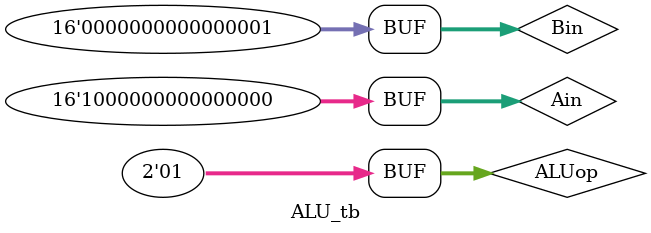
<source format=v>

module ALU(Ain,Bin,ALUop,out,Z);
input [15:0] Ain, Bin;
input [1:0] ALUop;
output [15:0] out;
output[2:0] Z;

reg [15:0] out;
reg [2:0]Z;

always@(*)begin

case (ALUop)//operation decided by the input of ALU

2'b00:  out = Ain + Bin; //ALU = 00// Adds A and B
2'b01:  out = Ain - Bin; //ALU = 01// Subtracts B from A
2'b10:  out = Ain & Bin; //ALU = 10// ANDs A and B
2'b11:  out = ~Bin;     //ALU = 11// NOTs B

default: out = 16'bx;
endcase


if (ALUop == 2'b01) begin
	
	if(out == 16'b0000000000000000)begin
	Z[0]=1'b1;
	end else begin 
	Z[0] = 1'b0;
	end

	if(out[15]==1'b1)begin
	Z[1] = 1'b1;
	end else begin 
	Z[1] = 1'b0;
	end


	 if (Ain[15] == 1'b1 && Bin[15] == 1'b0) begin
		if ( out[15] == 1'b0) begin 
			Z[2] = 1'b1; 
		end else begin  
			Z[2] = 1'b0;
		end
	end else if (Ain[15] == 1'b0 && Bin[15] == 1'b1) begin
		if ( out[15] == 1'b1) begin 
			Z[2] = 1'b1; 
		end else begin  
			Z[2] = 1'b0;
		end
	end else begin  
			Z[2] = 1'b0;
	end

end else begin 
	Z = 3'b000;
	end

end

endmodule



module ALU_tb ; 
reg err;
reg [15:0] Ain, Bin;
reg [1:0] ALUop;
wire [2:0] Z;

wire [15:0] out;

ALU DUT(Ain,Bin,ALUop,out,Z);

initial begin
ALUop = 2'b01;
Ain = 16'd2;
Bin = 16'd5;

#10;

Ain = 16'd5;
Bin = 16'd2;

#10;

Ain = 16'd5;
Bin = 16'd5;

#10;

Ain = 16'b1000000000000000;
Bin = 16'b0000000000000001;
#10;

end

endmodule 


</source>
